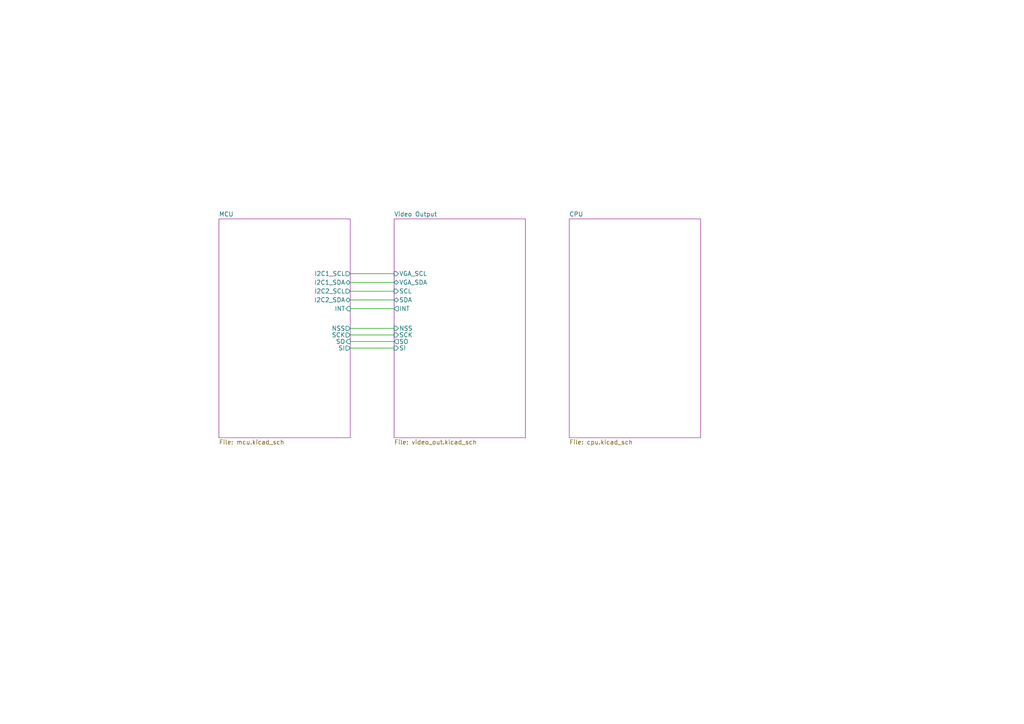
<source format=kicad_sch>
(kicad_sch (version 20200828) (generator eeschema)
  (page 1 4)
  (paper "A4")
  (lib_symbols)
  (wire (pts (xy 101.6 79.375) (xy 114.3 79.375)))
  (wire (pts (xy 101.6 81.915) (xy 114.3 81.915)))
  (wire (pts (xy 101.6 84.455) (xy 114.3 84.455)))
  (wire (pts (xy 101.6 86.995) (xy 114.3 86.995)))
  (wire (pts (xy 101.6 89.535) (xy 114.3 89.535)))
  (wire (pts (xy 101.6 95.25) (xy 114.3 95.25)))
  (wire (pts (xy 101.6 97.155) (xy 114.3 97.155)))
  (wire (pts (xy 101.6 99.06) (xy 114.3 99.06)))
  (wire (pts (xy 101.6 100.965) (xy 114.3 100.965)))
  (sheet (at 165.1 63.5) (size 38.1 63.5) (stroke (width 0.0006) (color 132 0 132 1)) (fill (color 255 255 255 0.0000))
    (property "Имя листа" "CPU" (at 165.1 62.8643 0) (effects (justify left bottom)))
    (property "Файл листа" "cpu.kicad_sch" (at 165.1 127.5087 0) (effects (justify left top)))
  )
  (sheet (at 63.5 63.5) (size 38.1 63.5) (stroke (width 0.0006) (color 132 0 132 1)) (fill (color 255 255 255 0.0000))
    (property "Имя листа" "MCU" (at 63.5 62.8643 0) (effects (justify left bottom)))
    (property "Файл листа" "mcu.kicad_sch" (at 63.5 127.5087 0) (effects (justify left top)))
    (pin "I2C1_SCL" output (at 101.6 79.375 0))
    (pin "I2C1_SDA" bidirectional (at 101.6 81.915 0))
    (pin "I2C2_SCL" output (at 101.6 84.455 0))
    (pin "I2C2_SDA" bidirectional (at 101.6 86.995 0))
    (pin "INT" input (at 101.6 89.535 0))
    (pin "NSS" output (at 101.6 95.25 0))
    (pin "SCK" output (at 101.6 97.155 0))
    (pin "SO" input (at 101.6 99.06 0))
    (pin "SI" output (at 101.6 100.965 0))
  )
  (sheet (at 114.3 63.5) (size 38.1 63.5) (stroke (width 0.0006) (color 132 0 132 1)) (fill (color 255 255 255 0.0000))
    (property "Имя листа" "Video Output" (at 114.3 62.8643 0) (effects (justify left bottom)))
    (property "Файл листа" "video_out.kicad_sch" (at 114.3 127.5087 0) (effects (justify left top)))
    (pin "VGA_SCL" input (at 114.3 79.375 180))
    (pin "VGA_SDA" bidirectional (at 114.3 81.915 180))
    (pin "SCL" input (at 114.3 84.455 180))
    (pin "SDA" bidirectional (at 114.3 86.995 180))
    (pin "INT" output (at 114.3 89.535 180))
    (pin "SO" output (at 114.3 99.06 180))
    (pin "SI" input (at 114.3 100.965 180))
    (pin "SCK" input (at 114.3 97.155 180))
    (pin "NSS" input (at 114.3 95.25 180))
  )
)
</source>
